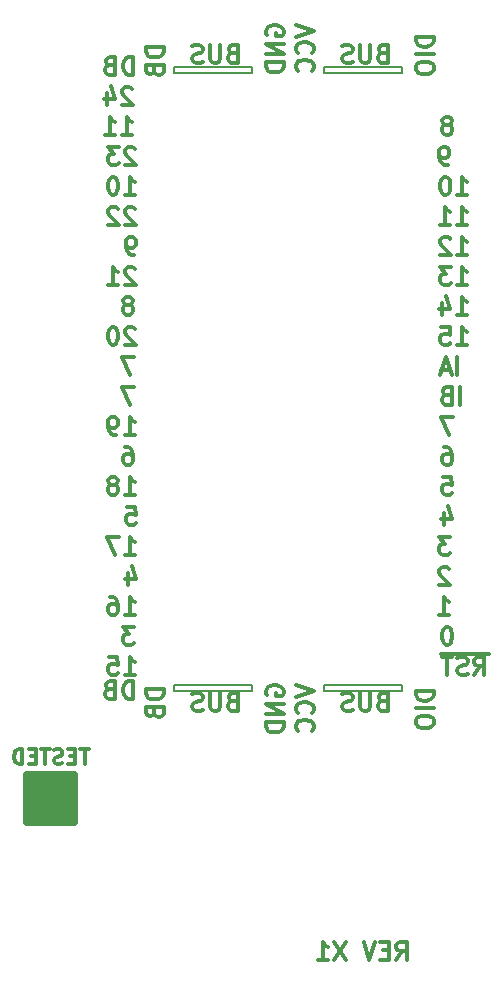
<source format=gbo>
G04 #@! TF.FileFunction,Legend,Bot*
%FSLAX46Y46*%
G04 Gerber Fmt 4.6, Leading zero omitted, Abs format (unit mm)*
G04 Created by KiCad (PCBNEW (after 2015-mar-04 BZR unknown)-product) date 10/26/2016 1:01:30 PM*
%MOMM*%
G01*
G04 APERTURE LIST*
%ADD10C,0.150000*%
%ADD11C,0.200000*%
%ADD12C,0.300000*%
%ADD13C,0.650000*%
%ADD14C,0.317500*%
G04 APERTURE END LIST*
D10*
D11*
X41148000Y-80772000D02*
X41148000Y-80264000D01*
X47752000Y-80772000D02*
X41148000Y-80772000D01*
X47752000Y-80264000D02*
X47752000Y-80772000D01*
X41148000Y-80264000D02*
X47752000Y-80264000D01*
X28448000Y-80772000D02*
X28448000Y-80264000D01*
X35052000Y-80772000D02*
X28448000Y-80772000D01*
X35052000Y-80264000D02*
X35052000Y-80772000D01*
X28448000Y-80264000D02*
X35052000Y-80264000D01*
X41148000Y-28448000D02*
X41148000Y-27940000D01*
X47752000Y-28448000D02*
X41148000Y-28448000D01*
X47752000Y-27940000D02*
X47752000Y-28448000D01*
X41148000Y-27940000D02*
X47752000Y-27940000D01*
X28448000Y-28448000D02*
X28448000Y-27940000D01*
X35052000Y-28448000D02*
X28448000Y-28448000D01*
X35052000Y-27940000D02*
X35052000Y-28448000D01*
X28448000Y-27940000D02*
X35052000Y-27940000D01*
D12*
X25018857Y-81450571D02*
X25018857Y-79950571D01*
X24661714Y-79950571D01*
X24447429Y-80022000D01*
X24304571Y-80164857D01*
X24233143Y-80307714D01*
X24161714Y-80593429D01*
X24161714Y-80807714D01*
X24233143Y-81093429D01*
X24304571Y-81236286D01*
X24447429Y-81379143D01*
X24661714Y-81450571D01*
X25018857Y-81450571D01*
X23018857Y-80664857D02*
X22804571Y-80736286D01*
X22733143Y-80807714D01*
X22661714Y-80950571D01*
X22661714Y-81164857D01*
X22733143Y-81307714D01*
X22804571Y-81379143D01*
X22947429Y-81450571D01*
X23518857Y-81450571D01*
X23518857Y-79950571D01*
X23018857Y-79950571D01*
X22876000Y-80022000D01*
X22804571Y-80093429D01*
X22733143Y-80236286D01*
X22733143Y-80379143D01*
X22804571Y-80522000D01*
X22876000Y-80593429D01*
X23018857Y-80664857D01*
X23518857Y-80664857D01*
X27602571Y-80645143D02*
X26102571Y-80645143D01*
X26102571Y-81002286D01*
X26174000Y-81216571D01*
X26316857Y-81359429D01*
X26459714Y-81430857D01*
X26745429Y-81502286D01*
X26959714Y-81502286D01*
X27245429Y-81430857D01*
X27388286Y-81359429D01*
X27531143Y-81216571D01*
X27602571Y-81002286D01*
X27602571Y-80645143D01*
X26816857Y-82645143D02*
X26888286Y-82859429D01*
X26959714Y-82930857D01*
X27102571Y-83002286D01*
X27316857Y-83002286D01*
X27459714Y-82930857D01*
X27531143Y-82859429D01*
X27602571Y-82716571D01*
X27602571Y-82145143D01*
X26102571Y-82145143D01*
X26102571Y-82645143D01*
X26174000Y-82788000D01*
X26245429Y-82859429D01*
X26388286Y-82930857D01*
X26531143Y-82930857D01*
X26674000Y-82859429D01*
X26745429Y-82788000D01*
X26816857Y-82645143D01*
X26816857Y-82145143D01*
X33396857Y-81680857D02*
X33182571Y-81752286D01*
X33111143Y-81823714D01*
X33039714Y-81966571D01*
X33039714Y-82180857D01*
X33111143Y-82323714D01*
X33182571Y-82395143D01*
X33325429Y-82466571D01*
X33896857Y-82466571D01*
X33896857Y-80966571D01*
X33396857Y-80966571D01*
X33254000Y-81038000D01*
X33182571Y-81109429D01*
X33111143Y-81252286D01*
X33111143Y-81395143D01*
X33182571Y-81538000D01*
X33254000Y-81609429D01*
X33396857Y-81680857D01*
X33896857Y-81680857D01*
X32396857Y-80966571D02*
X32396857Y-82180857D01*
X32325429Y-82323714D01*
X32254000Y-82395143D01*
X32111143Y-82466571D01*
X31825429Y-82466571D01*
X31682571Y-82395143D01*
X31611143Y-82323714D01*
X31539714Y-82180857D01*
X31539714Y-80966571D01*
X30896857Y-82395143D02*
X30682571Y-82466571D01*
X30325428Y-82466571D01*
X30182571Y-82395143D01*
X30111142Y-82323714D01*
X30039714Y-82180857D01*
X30039714Y-82038000D01*
X30111142Y-81895143D01*
X30182571Y-81823714D01*
X30325428Y-81752286D01*
X30611142Y-81680857D01*
X30754000Y-81609429D01*
X30825428Y-81538000D01*
X30896857Y-81395143D01*
X30896857Y-81252286D01*
X30825428Y-81109429D01*
X30754000Y-81038000D01*
X30611142Y-80966571D01*
X30254000Y-80966571D01*
X30039714Y-81038000D01*
X36334000Y-81153143D02*
X36262571Y-81010286D01*
X36262571Y-80796000D01*
X36334000Y-80581715D01*
X36476857Y-80438857D01*
X36619714Y-80367429D01*
X36905429Y-80296000D01*
X37119714Y-80296000D01*
X37405429Y-80367429D01*
X37548286Y-80438857D01*
X37691143Y-80581715D01*
X37762571Y-80796000D01*
X37762571Y-80938857D01*
X37691143Y-81153143D01*
X37619714Y-81224572D01*
X37119714Y-81224572D01*
X37119714Y-80938857D01*
X37762571Y-81867429D02*
X36262571Y-81867429D01*
X37762571Y-82724572D01*
X36262571Y-82724572D01*
X37762571Y-83438858D02*
X36262571Y-83438858D01*
X36262571Y-83796001D01*
X36334000Y-84010286D01*
X36476857Y-84153144D01*
X36619714Y-84224572D01*
X36905429Y-84296001D01*
X37119714Y-84296001D01*
X37405429Y-84224572D01*
X37548286Y-84153144D01*
X37691143Y-84010286D01*
X37762571Y-83796001D01*
X37762571Y-83438858D01*
X38802571Y-80296000D02*
X40302571Y-80796000D01*
X38802571Y-81296000D01*
X40159714Y-82653143D02*
X40231143Y-82581714D01*
X40302571Y-82367428D01*
X40302571Y-82224571D01*
X40231143Y-82010286D01*
X40088286Y-81867428D01*
X39945429Y-81796000D01*
X39659714Y-81724571D01*
X39445429Y-81724571D01*
X39159714Y-81796000D01*
X39016857Y-81867428D01*
X38874000Y-82010286D01*
X38802571Y-82224571D01*
X38802571Y-82367428D01*
X38874000Y-82581714D01*
X38945429Y-82653143D01*
X40159714Y-84153143D02*
X40231143Y-84081714D01*
X40302571Y-83867428D01*
X40302571Y-83724571D01*
X40231143Y-83510286D01*
X40088286Y-83367428D01*
X39945429Y-83296000D01*
X39659714Y-83224571D01*
X39445429Y-83224571D01*
X39159714Y-83296000D01*
X39016857Y-83367428D01*
X38874000Y-83510286D01*
X38802571Y-83724571D01*
X38802571Y-83867428D01*
X38874000Y-84081714D01*
X38945429Y-84153143D01*
X46096857Y-81680857D02*
X45882571Y-81752286D01*
X45811143Y-81823714D01*
X45739714Y-81966571D01*
X45739714Y-82180857D01*
X45811143Y-82323714D01*
X45882571Y-82395143D01*
X46025429Y-82466571D01*
X46596857Y-82466571D01*
X46596857Y-80966571D01*
X46096857Y-80966571D01*
X45954000Y-81038000D01*
X45882571Y-81109429D01*
X45811143Y-81252286D01*
X45811143Y-81395143D01*
X45882571Y-81538000D01*
X45954000Y-81609429D01*
X46096857Y-81680857D01*
X46596857Y-81680857D01*
X45096857Y-80966571D02*
X45096857Y-82180857D01*
X45025429Y-82323714D01*
X44954000Y-82395143D01*
X44811143Y-82466571D01*
X44525429Y-82466571D01*
X44382571Y-82395143D01*
X44311143Y-82323714D01*
X44239714Y-82180857D01*
X44239714Y-80966571D01*
X43596857Y-82395143D02*
X43382571Y-82466571D01*
X43025428Y-82466571D01*
X42882571Y-82395143D01*
X42811142Y-82323714D01*
X42739714Y-82180857D01*
X42739714Y-82038000D01*
X42811142Y-81895143D01*
X42882571Y-81823714D01*
X43025428Y-81752286D01*
X43311142Y-81680857D01*
X43454000Y-81609429D01*
X43525428Y-81538000D01*
X43596857Y-81395143D01*
X43596857Y-81252286D01*
X43525428Y-81109429D01*
X43454000Y-81038000D01*
X43311142Y-80966571D01*
X42954000Y-80966571D01*
X42739714Y-81038000D01*
X50462571Y-80760286D02*
X48962571Y-80760286D01*
X48962571Y-81117429D01*
X49034000Y-81331714D01*
X49176857Y-81474572D01*
X49319714Y-81546000D01*
X49605429Y-81617429D01*
X49819714Y-81617429D01*
X50105429Y-81546000D01*
X50248286Y-81474572D01*
X50391143Y-81331714D01*
X50462571Y-81117429D01*
X50462571Y-80760286D01*
X50462571Y-82260286D02*
X48962571Y-82260286D01*
X48962571Y-83260286D02*
X48962571Y-83546000D01*
X49034000Y-83688858D01*
X49176857Y-83831715D01*
X49462571Y-83903143D01*
X49962571Y-83903143D01*
X50248286Y-83831715D01*
X50391143Y-83688858D01*
X50462571Y-83546000D01*
X50462571Y-83260286D01*
X50391143Y-83117429D01*
X50248286Y-82974572D01*
X49962571Y-82903143D01*
X49462571Y-82903143D01*
X49176857Y-82974572D01*
X49034000Y-83117429D01*
X48962571Y-83260286D01*
X53903714Y-79418571D02*
X54403714Y-78704286D01*
X54760857Y-79418571D02*
X54760857Y-77918571D01*
X54189429Y-77918571D01*
X54046571Y-77990000D01*
X53975143Y-78061429D01*
X53903714Y-78204286D01*
X53903714Y-78418571D01*
X53975143Y-78561429D01*
X54046571Y-78632857D01*
X54189429Y-78704286D01*
X54760857Y-78704286D01*
X53332286Y-79347143D02*
X53118000Y-79418571D01*
X52760857Y-79418571D01*
X52618000Y-79347143D01*
X52546571Y-79275714D01*
X52475143Y-79132857D01*
X52475143Y-78990000D01*
X52546571Y-78847143D01*
X52618000Y-78775714D01*
X52760857Y-78704286D01*
X53046571Y-78632857D01*
X53189429Y-78561429D01*
X53260857Y-78490000D01*
X53332286Y-78347143D01*
X53332286Y-78204286D01*
X53260857Y-78061429D01*
X53189429Y-77990000D01*
X53046571Y-77918571D01*
X52689429Y-77918571D01*
X52475143Y-77990000D01*
X52046572Y-77918571D02*
X51189429Y-77918571D01*
X51618000Y-79418571D02*
X51618000Y-77918571D01*
X55118000Y-77660000D02*
X51046572Y-77660000D01*
X51681143Y-75378571D02*
X51538286Y-75378571D01*
X51395429Y-75450000D01*
X51324000Y-75521429D01*
X51252571Y-75664286D01*
X51181143Y-75950000D01*
X51181143Y-76307143D01*
X51252571Y-76592857D01*
X51324000Y-76735714D01*
X51395429Y-76807143D01*
X51538286Y-76878571D01*
X51681143Y-76878571D01*
X51824000Y-76807143D01*
X51895429Y-76735714D01*
X51966857Y-76592857D01*
X52038286Y-76307143D01*
X52038286Y-75950000D01*
X51966857Y-75664286D01*
X51895429Y-75521429D01*
X51824000Y-75450000D01*
X51681143Y-75378571D01*
X50927143Y-74338571D02*
X51784286Y-74338571D01*
X51355714Y-74338571D02*
X51355714Y-72838571D01*
X51498571Y-73052857D01*
X51641429Y-73195714D01*
X51784286Y-73267143D01*
X51784286Y-70441429D02*
X51712857Y-70370000D01*
X51570000Y-70298571D01*
X51212857Y-70298571D01*
X51070000Y-70370000D01*
X50998571Y-70441429D01*
X50927143Y-70584286D01*
X50927143Y-70727143D01*
X50998571Y-70941429D01*
X51855714Y-71798571D01*
X50927143Y-71798571D01*
X51855714Y-67758571D02*
X50927143Y-67758571D01*
X51427143Y-68330000D01*
X51212857Y-68330000D01*
X51070000Y-68401429D01*
X50998571Y-68472857D01*
X50927143Y-68615714D01*
X50927143Y-68972857D01*
X50998571Y-69115714D01*
X51070000Y-69187143D01*
X51212857Y-69258571D01*
X51641429Y-69258571D01*
X51784286Y-69187143D01*
X51855714Y-69115714D01*
X51324000Y-65718571D02*
X51324000Y-66718571D01*
X51681143Y-65147143D02*
X52038286Y-66218571D01*
X51109714Y-66218571D01*
X51252571Y-62678571D02*
X51966857Y-62678571D01*
X52038286Y-63392857D01*
X51966857Y-63321429D01*
X51824000Y-63250000D01*
X51466857Y-63250000D01*
X51324000Y-63321429D01*
X51252571Y-63392857D01*
X51181143Y-63535714D01*
X51181143Y-63892857D01*
X51252571Y-64035714D01*
X51324000Y-64107143D01*
X51466857Y-64178571D01*
X51824000Y-64178571D01*
X51966857Y-64107143D01*
X52038286Y-64035714D01*
X51324000Y-60138571D02*
X51609714Y-60138571D01*
X51752571Y-60210000D01*
X51824000Y-60281429D01*
X51966857Y-60495714D01*
X52038286Y-60781429D01*
X52038286Y-61352857D01*
X51966857Y-61495714D01*
X51895429Y-61567143D01*
X51752571Y-61638571D01*
X51466857Y-61638571D01*
X51324000Y-61567143D01*
X51252571Y-61495714D01*
X51181143Y-61352857D01*
X51181143Y-60995714D01*
X51252571Y-60852857D01*
X51324000Y-60781429D01*
X51466857Y-60710000D01*
X51752571Y-60710000D01*
X51895429Y-60781429D01*
X51966857Y-60852857D01*
X52038286Y-60995714D01*
X52109714Y-57598571D02*
X51109714Y-57598571D01*
X51752571Y-59098571D01*
X52728857Y-56558571D02*
X52728857Y-55058571D01*
X51514571Y-55772857D02*
X51300285Y-55844286D01*
X51228857Y-55915714D01*
X51157428Y-56058571D01*
X51157428Y-56272857D01*
X51228857Y-56415714D01*
X51300285Y-56487143D01*
X51443143Y-56558571D01*
X52014571Y-56558571D01*
X52014571Y-55058571D01*
X51514571Y-55058571D01*
X51371714Y-55130000D01*
X51300285Y-55201429D01*
X51228857Y-55344286D01*
X51228857Y-55487143D01*
X51300285Y-55630000D01*
X51371714Y-55701429D01*
X51514571Y-55772857D01*
X52014571Y-55772857D01*
X52474857Y-54018571D02*
X52474857Y-52518571D01*
X51832000Y-53590000D02*
X51117714Y-53590000D01*
X51974857Y-54018571D02*
X51474857Y-52518571D01*
X50974857Y-54018571D01*
X52451143Y-51478571D02*
X53308286Y-51478571D01*
X52879714Y-51478571D02*
X52879714Y-49978571D01*
X53022571Y-50192857D01*
X53165429Y-50335714D01*
X53308286Y-50407143D01*
X51094000Y-49978571D02*
X51808286Y-49978571D01*
X51879715Y-50692857D01*
X51808286Y-50621429D01*
X51665429Y-50550000D01*
X51308286Y-50550000D01*
X51165429Y-50621429D01*
X51094000Y-50692857D01*
X51022572Y-50835714D01*
X51022572Y-51192857D01*
X51094000Y-51335714D01*
X51165429Y-51407143D01*
X51308286Y-51478571D01*
X51665429Y-51478571D01*
X51808286Y-51407143D01*
X51879715Y-51335714D01*
X52451143Y-48938571D02*
X53308286Y-48938571D01*
X52879714Y-48938571D02*
X52879714Y-47438571D01*
X53022571Y-47652857D01*
X53165429Y-47795714D01*
X53308286Y-47867143D01*
X51165429Y-47938571D02*
X51165429Y-48938571D01*
X51522572Y-47367143D02*
X51879715Y-48438571D01*
X50951143Y-48438571D01*
X52451143Y-46398571D02*
X53308286Y-46398571D01*
X52879714Y-46398571D02*
X52879714Y-44898571D01*
X53022571Y-45112857D01*
X53165429Y-45255714D01*
X53308286Y-45327143D01*
X51951143Y-44898571D02*
X51022572Y-44898571D01*
X51522572Y-45470000D01*
X51308286Y-45470000D01*
X51165429Y-45541429D01*
X51094000Y-45612857D01*
X51022572Y-45755714D01*
X51022572Y-46112857D01*
X51094000Y-46255714D01*
X51165429Y-46327143D01*
X51308286Y-46398571D01*
X51736858Y-46398571D01*
X51879715Y-46327143D01*
X51951143Y-46255714D01*
X52451143Y-43858571D02*
X53308286Y-43858571D01*
X52879714Y-43858571D02*
X52879714Y-42358571D01*
X53022571Y-42572857D01*
X53165429Y-42715714D01*
X53308286Y-42787143D01*
X51879715Y-42501429D02*
X51808286Y-42430000D01*
X51665429Y-42358571D01*
X51308286Y-42358571D01*
X51165429Y-42430000D01*
X51094000Y-42501429D01*
X51022572Y-42644286D01*
X51022572Y-42787143D01*
X51094000Y-43001429D01*
X51951143Y-43858571D01*
X51022572Y-43858571D01*
X52451143Y-41318571D02*
X53308286Y-41318571D01*
X52879714Y-41318571D02*
X52879714Y-39818571D01*
X53022571Y-40032857D01*
X53165429Y-40175714D01*
X53308286Y-40247143D01*
X51022572Y-41318571D02*
X51879715Y-41318571D01*
X51451143Y-41318571D02*
X51451143Y-39818571D01*
X51594000Y-40032857D01*
X51736858Y-40175714D01*
X51879715Y-40247143D01*
X52451143Y-38778571D02*
X53308286Y-38778571D01*
X52879714Y-38778571D02*
X52879714Y-37278571D01*
X53022571Y-37492857D01*
X53165429Y-37635714D01*
X53308286Y-37707143D01*
X51522572Y-37278571D02*
X51379715Y-37278571D01*
X51236858Y-37350000D01*
X51165429Y-37421429D01*
X51094000Y-37564286D01*
X51022572Y-37850000D01*
X51022572Y-38207143D01*
X51094000Y-38492857D01*
X51165429Y-38635714D01*
X51236858Y-38707143D01*
X51379715Y-38778571D01*
X51522572Y-38778571D01*
X51665429Y-38707143D01*
X51736858Y-38635714D01*
X51808286Y-38492857D01*
X51879715Y-38207143D01*
X51879715Y-37850000D01*
X51808286Y-37564286D01*
X51736858Y-37421429D01*
X51665429Y-37350000D01*
X51522572Y-37278571D01*
X51641429Y-36238571D02*
X51355714Y-36238571D01*
X51212857Y-36167143D01*
X51141429Y-36095714D01*
X50998571Y-35881429D01*
X50927143Y-35595714D01*
X50927143Y-35024286D01*
X50998571Y-34881429D01*
X51070000Y-34810000D01*
X51212857Y-34738571D01*
X51498571Y-34738571D01*
X51641429Y-34810000D01*
X51712857Y-34881429D01*
X51784286Y-35024286D01*
X51784286Y-35381429D01*
X51712857Y-35524286D01*
X51641429Y-35595714D01*
X51498571Y-35667143D01*
X51212857Y-35667143D01*
X51070000Y-35595714D01*
X50998571Y-35524286D01*
X50927143Y-35381429D01*
X51752571Y-32841429D02*
X51895429Y-32770000D01*
X51966857Y-32698571D01*
X52038286Y-32555714D01*
X52038286Y-32484286D01*
X51966857Y-32341429D01*
X51895429Y-32270000D01*
X51752571Y-32198571D01*
X51466857Y-32198571D01*
X51324000Y-32270000D01*
X51252571Y-32341429D01*
X51181143Y-32484286D01*
X51181143Y-32555714D01*
X51252571Y-32698571D01*
X51324000Y-32770000D01*
X51466857Y-32841429D01*
X51752571Y-32841429D01*
X51895429Y-32912857D01*
X51966857Y-32984286D01*
X52038286Y-33127143D01*
X52038286Y-33412857D01*
X51966857Y-33555714D01*
X51895429Y-33627143D01*
X51752571Y-33698571D01*
X51466857Y-33698571D01*
X51324000Y-33627143D01*
X51252571Y-33555714D01*
X51181143Y-33412857D01*
X51181143Y-33127143D01*
X51252571Y-32984286D01*
X51324000Y-32912857D01*
X51466857Y-32841429D01*
X50462571Y-25388286D02*
X48962571Y-25388286D01*
X48962571Y-25745429D01*
X49034000Y-25959714D01*
X49176857Y-26102572D01*
X49319714Y-26174000D01*
X49605429Y-26245429D01*
X49819714Y-26245429D01*
X50105429Y-26174000D01*
X50248286Y-26102572D01*
X50391143Y-25959714D01*
X50462571Y-25745429D01*
X50462571Y-25388286D01*
X50462571Y-26888286D02*
X48962571Y-26888286D01*
X48962571Y-27888286D02*
X48962571Y-28174000D01*
X49034000Y-28316858D01*
X49176857Y-28459715D01*
X49462571Y-28531143D01*
X49962571Y-28531143D01*
X50248286Y-28459715D01*
X50391143Y-28316858D01*
X50462571Y-28174000D01*
X50462571Y-27888286D01*
X50391143Y-27745429D01*
X50248286Y-27602572D01*
X49962571Y-27531143D01*
X49462571Y-27531143D01*
X49176857Y-27602572D01*
X49034000Y-27745429D01*
X48962571Y-27888286D01*
X46096857Y-26816857D02*
X45882571Y-26888286D01*
X45811143Y-26959714D01*
X45739714Y-27102571D01*
X45739714Y-27316857D01*
X45811143Y-27459714D01*
X45882571Y-27531143D01*
X46025429Y-27602571D01*
X46596857Y-27602571D01*
X46596857Y-26102571D01*
X46096857Y-26102571D01*
X45954000Y-26174000D01*
X45882571Y-26245429D01*
X45811143Y-26388286D01*
X45811143Y-26531143D01*
X45882571Y-26674000D01*
X45954000Y-26745429D01*
X46096857Y-26816857D01*
X46596857Y-26816857D01*
X45096857Y-26102571D02*
X45096857Y-27316857D01*
X45025429Y-27459714D01*
X44954000Y-27531143D01*
X44811143Y-27602571D01*
X44525429Y-27602571D01*
X44382571Y-27531143D01*
X44311143Y-27459714D01*
X44239714Y-27316857D01*
X44239714Y-26102571D01*
X43596857Y-27531143D02*
X43382571Y-27602571D01*
X43025428Y-27602571D01*
X42882571Y-27531143D01*
X42811142Y-27459714D01*
X42739714Y-27316857D01*
X42739714Y-27174000D01*
X42811142Y-27031143D01*
X42882571Y-26959714D01*
X43025428Y-26888286D01*
X43311142Y-26816857D01*
X43454000Y-26745429D01*
X43525428Y-26674000D01*
X43596857Y-26531143D01*
X43596857Y-26388286D01*
X43525428Y-26245429D01*
X43454000Y-26174000D01*
X43311142Y-26102571D01*
X42954000Y-26102571D01*
X42739714Y-26174000D01*
X38802571Y-24416000D02*
X40302571Y-24916000D01*
X38802571Y-25416000D01*
X40159714Y-26773143D02*
X40231143Y-26701714D01*
X40302571Y-26487428D01*
X40302571Y-26344571D01*
X40231143Y-26130286D01*
X40088286Y-25987428D01*
X39945429Y-25916000D01*
X39659714Y-25844571D01*
X39445429Y-25844571D01*
X39159714Y-25916000D01*
X39016857Y-25987428D01*
X38874000Y-26130286D01*
X38802571Y-26344571D01*
X38802571Y-26487428D01*
X38874000Y-26701714D01*
X38945429Y-26773143D01*
X40159714Y-28273143D02*
X40231143Y-28201714D01*
X40302571Y-27987428D01*
X40302571Y-27844571D01*
X40231143Y-27630286D01*
X40088286Y-27487428D01*
X39945429Y-27416000D01*
X39659714Y-27344571D01*
X39445429Y-27344571D01*
X39159714Y-27416000D01*
X39016857Y-27487428D01*
X38874000Y-27630286D01*
X38802571Y-27844571D01*
X38802571Y-27987428D01*
X38874000Y-28201714D01*
X38945429Y-28273143D01*
X36334000Y-25273143D02*
X36262571Y-25130286D01*
X36262571Y-24916000D01*
X36334000Y-24701715D01*
X36476857Y-24558857D01*
X36619714Y-24487429D01*
X36905429Y-24416000D01*
X37119714Y-24416000D01*
X37405429Y-24487429D01*
X37548286Y-24558857D01*
X37691143Y-24701715D01*
X37762571Y-24916000D01*
X37762571Y-25058857D01*
X37691143Y-25273143D01*
X37619714Y-25344572D01*
X37119714Y-25344572D01*
X37119714Y-25058857D01*
X37762571Y-25987429D02*
X36262571Y-25987429D01*
X37762571Y-26844572D01*
X36262571Y-26844572D01*
X37762571Y-27558858D02*
X36262571Y-27558858D01*
X36262571Y-27916001D01*
X36334000Y-28130286D01*
X36476857Y-28273144D01*
X36619714Y-28344572D01*
X36905429Y-28416001D01*
X37119714Y-28416001D01*
X37405429Y-28344572D01*
X37548286Y-28273144D01*
X37691143Y-28130286D01*
X37762571Y-27916001D01*
X37762571Y-27558858D01*
X33396857Y-26816857D02*
X33182571Y-26888286D01*
X33111143Y-26959714D01*
X33039714Y-27102571D01*
X33039714Y-27316857D01*
X33111143Y-27459714D01*
X33182571Y-27531143D01*
X33325429Y-27602571D01*
X33896857Y-27602571D01*
X33896857Y-26102571D01*
X33396857Y-26102571D01*
X33254000Y-26174000D01*
X33182571Y-26245429D01*
X33111143Y-26388286D01*
X33111143Y-26531143D01*
X33182571Y-26674000D01*
X33254000Y-26745429D01*
X33396857Y-26816857D01*
X33896857Y-26816857D01*
X32396857Y-26102571D02*
X32396857Y-27316857D01*
X32325429Y-27459714D01*
X32254000Y-27531143D01*
X32111143Y-27602571D01*
X31825429Y-27602571D01*
X31682571Y-27531143D01*
X31611143Y-27459714D01*
X31539714Y-27316857D01*
X31539714Y-26102571D01*
X30896857Y-27531143D02*
X30682571Y-27602571D01*
X30325428Y-27602571D01*
X30182571Y-27531143D01*
X30111142Y-27459714D01*
X30039714Y-27316857D01*
X30039714Y-27174000D01*
X30111142Y-27031143D01*
X30182571Y-26959714D01*
X30325428Y-26888286D01*
X30611142Y-26816857D01*
X30754000Y-26745429D01*
X30825428Y-26674000D01*
X30896857Y-26531143D01*
X30896857Y-26388286D01*
X30825428Y-26245429D01*
X30754000Y-26174000D01*
X30611142Y-26102571D01*
X30254000Y-26102571D01*
X30039714Y-26174000D01*
X27602571Y-26289143D02*
X26102571Y-26289143D01*
X26102571Y-26646286D01*
X26174000Y-26860571D01*
X26316857Y-27003429D01*
X26459714Y-27074857D01*
X26745429Y-27146286D01*
X26959714Y-27146286D01*
X27245429Y-27074857D01*
X27388286Y-27003429D01*
X27531143Y-26860571D01*
X27602571Y-26646286D01*
X27602571Y-26289143D01*
X26816857Y-28289143D02*
X26888286Y-28503429D01*
X26959714Y-28574857D01*
X27102571Y-28646286D01*
X27316857Y-28646286D01*
X27459714Y-28574857D01*
X27531143Y-28503429D01*
X27602571Y-28360571D01*
X27602571Y-27789143D01*
X26102571Y-27789143D01*
X26102571Y-28289143D01*
X26174000Y-28432000D01*
X26245429Y-28503429D01*
X26388286Y-28574857D01*
X26531143Y-28574857D01*
X26674000Y-28503429D01*
X26745429Y-28432000D01*
X26816857Y-28289143D01*
X26816857Y-27789143D01*
X24320285Y-79418571D02*
X25177428Y-79418571D01*
X24748856Y-79418571D02*
X24748856Y-77918571D01*
X24891713Y-78132857D01*
X25034571Y-78275714D01*
X25177428Y-78347143D01*
X22963142Y-77918571D02*
X23677428Y-77918571D01*
X23748857Y-78632857D01*
X23677428Y-78561429D01*
X23534571Y-78490000D01*
X23177428Y-78490000D01*
X23034571Y-78561429D01*
X22963142Y-78632857D01*
X22891714Y-78775714D01*
X22891714Y-79132857D01*
X22963142Y-79275714D01*
X23034571Y-79347143D01*
X23177428Y-79418571D01*
X23534571Y-79418571D01*
X23677428Y-79347143D01*
X23748857Y-79275714D01*
X25090285Y-75378571D02*
X24161714Y-75378571D01*
X24661714Y-75950000D01*
X24447428Y-75950000D01*
X24304571Y-76021429D01*
X24233142Y-76092857D01*
X24161714Y-76235714D01*
X24161714Y-76592857D01*
X24233142Y-76735714D01*
X24304571Y-76807143D01*
X24447428Y-76878571D01*
X24876000Y-76878571D01*
X25018857Y-76807143D01*
X25090285Y-76735714D01*
X24320285Y-74338571D02*
X25177428Y-74338571D01*
X24748856Y-74338571D02*
X24748856Y-72838571D01*
X24891713Y-73052857D01*
X25034571Y-73195714D01*
X25177428Y-73267143D01*
X23034571Y-72838571D02*
X23320285Y-72838571D01*
X23463142Y-72910000D01*
X23534571Y-72981429D01*
X23677428Y-73195714D01*
X23748857Y-73481429D01*
X23748857Y-74052857D01*
X23677428Y-74195714D01*
X23606000Y-74267143D01*
X23463142Y-74338571D01*
X23177428Y-74338571D01*
X23034571Y-74267143D01*
X22963142Y-74195714D01*
X22891714Y-74052857D01*
X22891714Y-73695714D01*
X22963142Y-73552857D01*
X23034571Y-73481429D01*
X23177428Y-73410000D01*
X23463142Y-73410000D01*
X23606000Y-73481429D01*
X23677428Y-73552857D01*
X23748857Y-73695714D01*
X24558571Y-70798571D02*
X24558571Y-71798571D01*
X24915714Y-70227143D02*
X25272857Y-71298571D01*
X24344285Y-71298571D01*
X24320285Y-69258571D02*
X25177428Y-69258571D01*
X24748856Y-69258571D02*
X24748856Y-67758571D01*
X24891713Y-67972857D01*
X25034571Y-68115714D01*
X25177428Y-68187143D01*
X23820285Y-67758571D02*
X22820285Y-67758571D01*
X23463142Y-69258571D01*
X24487142Y-65218571D02*
X25201428Y-65218571D01*
X25272857Y-65932857D01*
X25201428Y-65861429D01*
X25058571Y-65790000D01*
X24701428Y-65790000D01*
X24558571Y-65861429D01*
X24487142Y-65932857D01*
X24415714Y-66075714D01*
X24415714Y-66432857D01*
X24487142Y-66575714D01*
X24558571Y-66647143D01*
X24701428Y-66718571D01*
X25058571Y-66718571D01*
X25201428Y-66647143D01*
X25272857Y-66575714D01*
X24320285Y-64178571D02*
X25177428Y-64178571D01*
X24748856Y-64178571D02*
X24748856Y-62678571D01*
X24891713Y-62892857D01*
X25034571Y-63035714D01*
X25177428Y-63107143D01*
X23463142Y-63321429D02*
X23606000Y-63250000D01*
X23677428Y-63178571D01*
X23748857Y-63035714D01*
X23748857Y-62964286D01*
X23677428Y-62821429D01*
X23606000Y-62750000D01*
X23463142Y-62678571D01*
X23177428Y-62678571D01*
X23034571Y-62750000D01*
X22963142Y-62821429D01*
X22891714Y-62964286D01*
X22891714Y-63035714D01*
X22963142Y-63178571D01*
X23034571Y-63250000D01*
X23177428Y-63321429D01*
X23463142Y-63321429D01*
X23606000Y-63392857D01*
X23677428Y-63464286D01*
X23748857Y-63607143D01*
X23748857Y-63892857D01*
X23677428Y-64035714D01*
X23606000Y-64107143D01*
X23463142Y-64178571D01*
X23177428Y-64178571D01*
X23034571Y-64107143D01*
X22963142Y-64035714D01*
X22891714Y-63892857D01*
X22891714Y-63607143D01*
X22963142Y-63464286D01*
X23034571Y-63392857D01*
X23177428Y-63321429D01*
X24304571Y-60138571D02*
X24590285Y-60138571D01*
X24733142Y-60210000D01*
X24804571Y-60281429D01*
X24947428Y-60495714D01*
X25018857Y-60781429D01*
X25018857Y-61352857D01*
X24947428Y-61495714D01*
X24876000Y-61567143D01*
X24733142Y-61638571D01*
X24447428Y-61638571D01*
X24304571Y-61567143D01*
X24233142Y-61495714D01*
X24161714Y-61352857D01*
X24161714Y-60995714D01*
X24233142Y-60852857D01*
X24304571Y-60781429D01*
X24447428Y-60710000D01*
X24733142Y-60710000D01*
X24876000Y-60781429D01*
X24947428Y-60852857D01*
X25018857Y-60995714D01*
X24320285Y-59098571D02*
X25177428Y-59098571D01*
X24748856Y-59098571D02*
X24748856Y-57598571D01*
X24891713Y-57812857D01*
X25034571Y-57955714D01*
X25177428Y-58027143D01*
X23606000Y-59098571D02*
X23320285Y-59098571D01*
X23177428Y-59027143D01*
X23106000Y-58955714D01*
X22963142Y-58741429D01*
X22891714Y-58455714D01*
X22891714Y-57884286D01*
X22963142Y-57741429D01*
X23034571Y-57670000D01*
X23177428Y-57598571D01*
X23463142Y-57598571D01*
X23606000Y-57670000D01*
X23677428Y-57741429D01*
X23748857Y-57884286D01*
X23748857Y-58241429D01*
X23677428Y-58384286D01*
X23606000Y-58455714D01*
X23463142Y-58527143D01*
X23177428Y-58527143D01*
X23034571Y-58455714D01*
X22963142Y-58384286D01*
X22891714Y-58241429D01*
X25090285Y-55058571D02*
X24090285Y-55058571D01*
X24733142Y-56558571D01*
X25090285Y-52518571D02*
X24090285Y-52518571D01*
X24733142Y-54018571D01*
X25177428Y-50121429D02*
X25105999Y-50050000D01*
X24963142Y-49978571D01*
X24605999Y-49978571D01*
X24463142Y-50050000D01*
X24391713Y-50121429D01*
X24320285Y-50264286D01*
X24320285Y-50407143D01*
X24391713Y-50621429D01*
X25248856Y-51478571D01*
X24320285Y-51478571D01*
X23391714Y-49978571D02*
X23248857Y-49978571D01*
X23106000Y-50050000D01*
X23034571Y-50121429D01*
X22963142Y-50264286D01*
X22891714Y-50550000D01*
X22891714Y-50907143D01*
X22963142Y-51192857D01*
X23034571Y-51335714D01*
X23106000Y-51407143D01*
X23248857Y-51478571D01*
X23391714Y-51478571D01*
X23534571Y-51407143D01*
X23606000Y-51335714D01*
X23677428Y-51192857D01*
X23748857Y-50907143D01*
X23748857Y-50550000D01*
X23677428Y-50264286D01*
X23606000Y-50121429D01*
X23534571Y-50050000D01*
X23391714Y-49978571D01*
X24733142Y-48081429D02*
X24876000Y-48010000D01*
X24947428Y-47938571D01*
X25018857Y-47795714D01*
X25018857Y-47724286D01*
X24947428Y-47581429D01*
X24876000Y-47510000D01*
X24733142Y-47438571D01*
X24447428Y-47438571D01*
X24304571Y-47510000D01*
X24233142Y-47581429D01*
X24161714Y-47724286D01*
X24161714Y-47795714D01*
X24233142Y-47938571D01*
X24304571Y-48010000D01*
X24447428Y-48081429D01*
X24733142Y-48081429D01*
X24876000Y-48152857D01*
X24947428Y-48224286D01*
X25018857Y-48367143D01*
X25018857Y-48652857D01*
X24947428Y-48795714D01*
X24876000Y-48867143D01*
X24733142Y-48938571D01*
X24447428Y-48938571D01*
X24304571Y-48867143D01*
X24233142Y-48795714D01*
X24161714Y-48652857D01*
X24161714Y-48367143D01*
X24233142Y-48224286D01*
X24304571Y-48152857D01*
X24447428Y-48081429D01*
X25177428Y-45041429D02*
X25105999Y-44970000D01*
X24963142Y-44898571D01*
X24605999Y-44898571D01*
X24463142Y-44970000D01*
X24391713Y-45041429D01*
X24320285Y-45184286D01*
X24320285Y-45327143D01*
X24391713Y-45541429D01*
X25248856Y-46398571D01*
X24320285Y-46398571D01*
X22891714Y-46398571D02*
X23748857Y-46398571D01*
X23320285Y-46398571D02*
X23320285Y-44898571D01*
X23463142Y-45112857D01*
X23606000Y-45255714D01*
X23748857Y-45327143D01*
X25130000Y-43858571D02*
X24844285Y-43858571D01*
X24701428Y-43787143D01*
X24630000Y-43715714D01*
X24487142Y-43501429D01*
X24415714Y-43215714D01*
X24415714Y-42644286D01*
X24487142Y-42501429D01*
X24558571Y-42430000D01*
X24701428Y-42358571D01*
X24987142Y-42358571D01*
X25130000Y-42430000D01*
X25201428Y-42501429D01*
X25272857Y-42644286D01*
X25272857Y-43001429D01*
X25201428Y-43144286D01*
X25130000Y-43215714D01*
X24987142Y-43287143D01*
X24701428Y-43287143D01*
X24558571Y-43215714D01*
X24487142Y-43144286D01*
X24415714Y-43001429D01*
X25177428Y-39961429D02*
X25105999Y-39890000D01*
X24963142Y-39818571D01*
X24605999Y-39818571D01*
X24463142Y-39890000D01*
X24391713Y-39961429D01*
X24320285Y-40104286D01*
X24320285Y-40247143D01*
X24391713Y-40461429D01*
X25248856Y-41318571D01*
X24320285Y-41318571D01*
X23748857Y-39961429D02*
X23677428Y-39890000D01*
X23534571Y-39818571D01*
X23177428Y-39818571D01*
X23034571Y-39890000D01*
X22963142Y-39961429D01*
X22891714Y-40104286D01*
X22891714Y-40247143D01*
X22963142Y-40461429D01*
X23820285Y-41318571D01*
X22891714Y-41318571D01*
X24320285Y-38778571D02*
X25177428Y-38778571D01*
X24748856Y-38778571D02*
X24748856Y-37278571D01*
X24891713Y-37492857D01*
X25034571Y-37635714D01*
X25177428Y-37707143D01*
X23391714Y-37278571D02*
X23248857Y-37278571D01*
X23106000Y-37350000D01*
X23034571Y-37421429D01*
X22963142Y-37564286D01*
X22891714Y-37850000D01*
X22891714Y-38207143D01*
X22963142Y-38492857D01*
X23034571Y-38635714D01*
X23106000Y-38707143D01*
X23248857Y-38778571D01*
X23391714Y-38778571D01*
X23534571Y-38707143D01*
X23606000Y-38635714D01*
X23677428Y-38492857D01*
X23748857Y-38207143D01*
X23748857Y-37850000D01*
X23677428Y-37564286D01*
X23606000Y-37421429D01*
X23534571Y-37350000D01*
X23391714Y-37278571D01*
X25177428Y-34881429D02*
X25105999Y-34810000D01*
X24963142Y-34738571D01*
X24605999Y-34738571D01*
X24463142Y-34810000D01*
X24391713Y-34881429D01*
X24320285Y-35024286D01*
X24320285Y-35167143D01*
X24391713Y-35381429D01*
X25248856Y-36238571D01*
X24320285Y-36238571D01*
X23820285Y-34738571D02*
X22891714Y-34738571D01*
X23391714Y-35310000D01*
X23177428Y-35310000D01*
X23034571Y-35381429D01*
X22963142Y-35452857D01*
X22891714Y-35595714D01*
X22891714Y-35952857D01*
X22963142Y-36095714D01*
X23034571Y-36167143D01*
X23177428Y-36238571D01*
X23606000Y-36238571D01*
X23748857Y-36167143D01*
X23820285Y-36095714D01*
X24066285Y-33698571D02*
X24923428Y-33698571D01*
X24494856Y-33698571D02*
X24494856Y-32198571D01*
X24637713Y-32412857D01*
X24780571Y-32555714D01*
X24923428Y-32627143D01*
X22637714Y-33698571D02*
X23494857Y-33698571D01*
X23066285Y-33698571D02*
X23066285Y-32198571D01*
X23209142Y-32412857D01*
X23352000Y-32555714D01*
X23494857Y-32627143D01*
X24923428Y-29801429D02*
X24851999Y-29730000D01*
X24709142Y-29658571D01*
X24351999Y-29658571D01*
X24209142Y-29730000D01*
X24137713Y-29801429D01*
X24066285Y-29944286D01*
X24066285Y-30087143D01*
X24137713Y-30301429D01*
X24994856Y-31158571D01*
X24066285Y-31158571D01*
X22780571Y-30158571D02*
X22780571Y-31158571D01*
X23137714Y-29587143D02*
X23494857Y-30658571D01*
X22566285Y-30658571D01*
X25018857Y-28618571D02*
X25018857Y-27118571D01*
X24661714Y-27118571D01*
X24447429Y-27190000D01*
X24304571Y-27332857D01*
X24233143Y-27475714D01*
X24161714Y-27761429D01*
X24161714Y-27975714D01*
X24233143Y-28261429D01*
X24304571Y-28404286D01*
X24447429Y-28547143D01*
X24661714Y-28618571D01*
X25018857Y-28618571D01*
X23018857Y-27832857D02*
X22804571Y-27904286D01*
X22733143Y-27975714D01*
X22661714Y-28118571D01*
X22661714Y-28332857D01*
X22733143Y-28475714D01*
X22804571Y-28547143D01*
X22947429Y-28618571D01*
X23518857Y-28618571D01*
X23518857Y-27118571D01*
X23018857Y-27118571D01*
X22876000Y-27190000D01*
X22804571Y-27261429D01*
X22733143Y-27404286D01*
X22733143Y-27547143D01*
X22804571Y-27690000D01*
X22876000Y-27761429D01*
X23018857Y-27832857D01*
X23518857Y-27832857D01*
X47314570Y-103548571D02*
X47814570Y-102834286D01*
X48171713Y-103548571D02*
X48171713Y-102048571D01*
X47600285Y-102048571D01*
X47457427Y-102120000D01*
X47385999Y-102191429D01*
X47314570Y-102334286D01*
X47314570Y-102548571D01*
X47385999Y-102691429D01*
X47457427Y-102762857D01*
X47600285Y-102834286D01*
X48171713Y-102834286D01*
X46671713Y-102762857D02*
X46171713Y-102762857D01*
X45957427Y-103548571D02*
X46671713Y-103548571D01*
X46671713Y-102048571D01*
X45957427Y-102048571D01*
X45528856Y-102048571D02*
X45028856Y-103548571D01*
X44528856Y-102048571D01*
X43028856Y-102048571D02*
X42028856Y-103548571D01*
X42028856Y-102048571D02*
X43028856Y-103548571D01*
X40671714Y-103548571D02*
X41528857Y-103548571D01*
X41100285Y-103548571D02*
X41100285Y-102048571D01*
X41243142Y-102262857D01*
X41386000Y-102405714D01*
X41528857Y-102477143D01*
D13*
X16034000Y-87916000D02*
X20034000Y-87916000D01*
X20034000Y-87916000D02*
X20034000Y-91916000D01*
X20034000Y-91916000D02*
X16034000Y-91916000D01*
X16034000Y-91916000D02*
X16034000Y-87916000D01*
X16034000Y-87916000D02*
X16034000Y-88416000D01*
X16034000Y-88416000D02*
X20034000Y-88416000D01*
X20034000Y-88416000D02*
X20034000Y-88916000D01*
X20034000Y-88916000D02*
X16034000Y-88916000D01*
X16034000Y-88916000D02*
X16034000Y-89416000D01*
X16034000Y-89416000D02*
X20034000Y-89416000D01*
X20034000Y-89416000D02*
X20034000Y-89916000D01*
X20034000Y-89916000D02*
X16034000Y-89916000D01*
X16034000Y-89916000D02*
X16034000Y-90416000D01*
X16034000Y-90416000D02*
X19534000Y-90416000D01*
X19534000Y-90416000D02*
X20034000Y-90416000D01*
X20034000Y-90416000D02*
X20034000Y-90916000D01*
X20034000Y-90916000D02*
X16034000Y-90916000D01*
X16034000Y-90916000D02*
X16034000Y-91416000D01*
X16034000Y-91416000D02*
X20034000Y-91416000D01*
D14*
X21269477Y-85720524D02*
X20543762Y-85720524D01*
X20906619Y-86990524D02*
X20906619Y-85720524D01*
X20120429Y-86325286D02*
X19697096Y-86325286D01*
X19515667Y-86990524D02*
X20120429Y-86990524D01*
X20120429Y-85720524D01*
X19515667Y-85720524D01*
X19031857Y-86930048D02*
X18850429Y-86990524D01*
X18548048Y-86990524D01*
X18427095Y-86930048D01*
X18366619Y-86869571D01*
X18306143Y-86748619D01*
X18306143Y-86627667D01*
X18366619Y-86506714D01*
X18427095Y-86446238D01*
X18548048Y-86385762D01*
X18789952Y-86325286D01*
X18910905Y-86264810D01*
X18971381Y-86204333D01*
X19031857Y-86083381D01*
X19031857Y-85962429D01*
X18971381Y-85841476D01*
X18910905Y-85781000D01*
X18789952Y-85720524D01*
X18487572Y-85720524D01*
X18306143Y-85781000D01*
X17943286Y-85720524D02*
X17217571Y-85720524D01*
X17580428Y-86990524D02*
X17580428Y-85720524D01*
X16794238Y-86325286D02*
X16370905Y-86325286D01*
X16189476Y-86990524D02*
X16794238Y-86990524D01*
X16794238Y-85720524D01*
X16189476Y-85720524D01*
X15645190Y-86990524D02*
X15645190Y-85720524D01*
X15342809Y-85720524D01*
X15161381Y-85781000D01*
X15040428Y-85901952D01*
X14979952Y-86022905D01*
X14919476Y-86264810D01*
X14919476Y-86446238D01*
X14979952Y-86688143D01*
X15040428Y-86809095D01*
X15161381Y-86930048D01*
X15342809Y-86990524D01*
X15645190Y-86990524D01*
M02*

</source>
